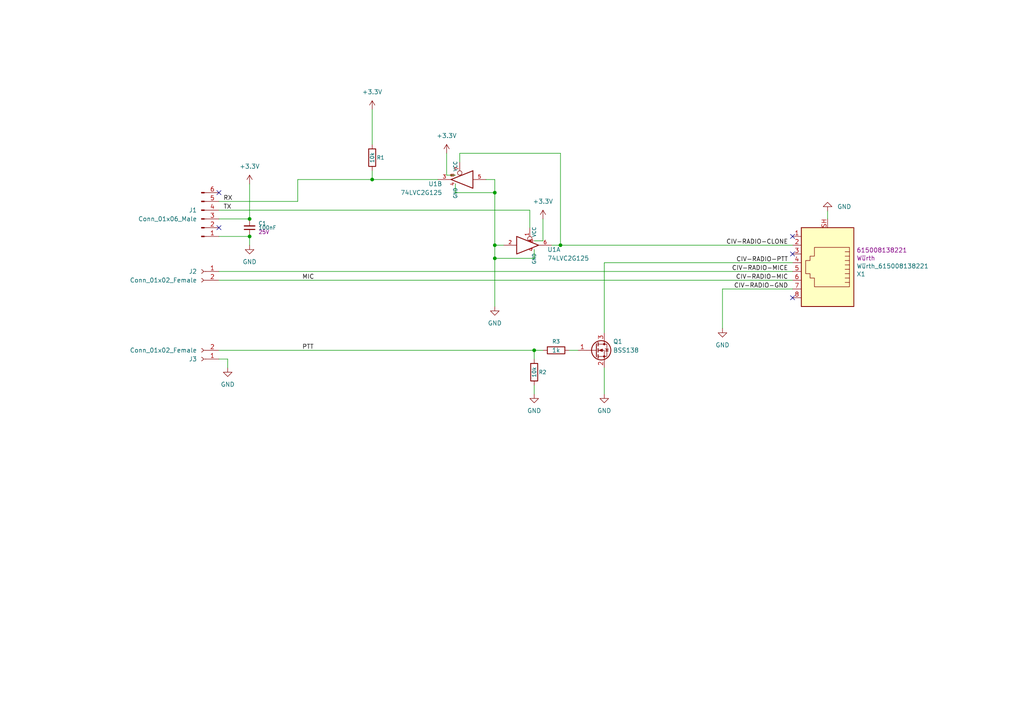
<source format=kicad_sch>
(kicad_sch (version 20211123) (generator eeschema)
  (paper "A4")
  (lib_symbols
    (symbol "74xGxx_User:74LVC2G125" (pin_names (offset 1.016))
      (property "Reference" "U" (at -2.54 3.81 0))
      (property "Value" "74LVC2G125" (at 0 -3.81 0))
      (symbol "74LVC2G125_0_1"
        (polyline (pts (xy -3.81 2.54) (xy -3.81 -2.54) (xy 2.54 0) (xy -3.81 2.54)) (stroke (width 0.254)))
        (pin power_in line (at 1.27 -1.27 270) (length 0) (name "GND") (number "4"))
        (pin power_in line (at 1.27 1.27 90) (length 0) (name "VCC") (number "8"))
      )
      (symbol "74LVC2G125_1_1"
        (pin input inverted (at 0 5.08 270) (length 3.81) (name "~") (number "1"))
        (pin input line (at -7.62 0 0) (length 3.81) (name "~") (number "2"))
        (pin tri_state line (at 6.35 0 180) (length 3.81) (name "~") (number "6"))
      )
      (symbol "74LVC2G125_2_1"
        (pin tri_state line (at 6.35 0 180) (length 3.81) (name "~") (number "3"))
        (pin input line (at -7.62 0 0) (length 3.81) (name "~") (number "5"))
        (pin input inverted (at 0 5.08 270) (length 3.81) (name "~") (number "7"))
      )
    )
    (symbol "Connector:Conn_01x02_Female" (pin_names (offset 1.016) hide)
      (property "Reference" "J" (at 0 2.54 0))
      (property "Value" "Conn_01x02_Female" (at 0 -5.08 0))
      (symbol "Conn_01x02_Female_1_1"
        (arc (start 0 -2.032) (mid -0.508 -2.54) (end 0 -3.048) (stroke (width 0.1524)))
        (polyline (pts (xy -1.27 -2.54) (xy -0.508 -2.54)) (stroke (width 0.1524)))
        (polyline (pts (xy -1.27 0) (xy -0.508 0)) (stroke (width 0.1524)))
        (arc (start 0 0.508) (mid -0.508 0) (end 0 -0.508) (stroke (width 0.1524)))
        (pin passive line (at -5.08 0 0) (length 3.81) (name "Pin_1") (number "1"))
        (pin passive line (at -5.08 -2.54 0) (length 3.81) (name "Pin_2") (number "2"))
      )
    )
    (symbol "Connector:Conn_01x06_Male" (pin_names (offset 1.016) hide)
      (property "Reference" "J" (at 0 7.62 0))
      (property "Value" "Conn_01x06_Male" (at 0 -10.16 0))
      (symbol "Conn_01x06_Male_1_1"
        (polyline (pts (xy 1.27 -7.62) (xy 0.8636 -7.62)) (stroke (width 0.1524)))
        (polyline (pts (xy 1.27 -5.08) (xy 0.8636 -5.08)) (stroke (width 0.1524)))
        (polyline (pts (xy 1.27 -2.54) (xy 0.8636 -2.54)) (stroke (width 0.1524)))
        (polyline (pts (xy 1.27 0) (xy 0.8636 0)) (stroke (width 0.1524)))
        (polyline (pts (xy 1.27 2.54) (xy 0.8636 2.54)) (stroke (width 0.1524)))
        (polyline (pts (xy 1.27 5.08) (xy 0.8636 5.08)) (stroke (width 0.1524)))
        (rectangle (start 0.8636 -7.493) (end 0 -7.747) (stroke (width 0.1524)) (fill (type outline)))
        (rectangle (start 0.8636 -4.953) (end 0 -5.207) (stroke (width 0.1524)) (fill (type outline)))
        (rectangle (start 0.8636 -2.413) (end 0 -2.667) (stroke (width 0.1524)) (fill (type outline)))
        (rectangle (start 0.8636 0.127) (end 0 -0.127) (stroke (width 0.1524)) (fill (type outline)))
        (rectangle (start 0.8636 2.667) (end 0 2.413) (stroke (width 0.1524)) (fill (type outline)))
        (rectangle (start 0.8636 5.207) (end 0 4.953) (stroke (width 0.1524)) (fill (type outline)))
        (pin passive line (at 5.08 5.08 180) (length 3.81) (name "Pin_1") (number "1"))
        (pin passive line (at 5.08 2.54 180) (length 3.81) (name "Pin_2") (number "2"))
        (pin passive line (at 5.08 0 180) (length 3.81) (name "Pin_3") (number "3"))
        (pin passive line (at 5.08 -2.54 180) (length 3.81) (name "Pin_4") (number "4"))
        (pin passive line (at 5.08 -5.08 180) (length 3.81) (name "Pin_5") (number "5"))
        (pin passive line (at 5.08 -7.62 180) (length 3.81) (name "Pin_6") (number "6"))
      )
    )
    (symbol "Connector_User:Würth_615008138221" (pin_names (offset 1.016))
      (property "Reference" "J" (at -5.08 13.97 0))
      (property "Value" "Würth_615008138221" (at 2.54 19.05 0))
      (property "Manufacturer" "Würth" (at 2.54 16.51 0))
      (property "Manufacturer Part Number" "615008138221" (at 2.54 13.97 0))
      (symbol "Würth_615008138221_0_1"
        (polyline (pts (xy -5.08 4.445) (xy -6.35 4.445)))
        (polyline (pts (xy -5.08 5.715) (xy -6.35 5.715)))
        (polyline (pts (xy -6.35 -3.175) (xy -5.08 -3.175) (xy -5.08 -3.175)))
        (polyline (pts (xy -6.35 -1.905) (xy -5.08 -1.905) (xy -5.08 -1.905)))
        (polyline (pts (xy -6.35 -0.635) (xy -5.08 -0.635) (xy -5.08 -0.635)))
        (polyline (pts (xy -6.35 0.635) (xy -5.08 0.635) (xy -5.08 0.635)))
        (polyline (pts (xy -6.35 1.905) (xy -5.08 1.905) (xy -5.08 1.905)))
        (polyline (pts (xy -5.08 3.175) (xy -6.35 3.175) (xy -6.35 3.175)))
        (polyline (pts (xy -6.35 -4.445) (xy -6.35 6.985) (xy 3.81 6.985) (xy 3.81 4.445) (xy 5.08 4.445) (xy 5.08 3.175) (xy 6.35 3.175) (xy 6.35 -0.635) (xy 5.08 -0.635) (xy 5.08 -1.905) (xy 3.81 -1.905) (xy 3.81 -4.445) (xy -6.35 -4.445) (xy -6.35 -4.445)))
        (rectangle (start 7.62 12.7) (end -7.62 -10.16) (stroke (width 0.254)) (fill (type background)))
      )
      (symbol "Würth_615008138221_1_1"
        (pin passive line (at 10.16 -7.62 180) (length 2.54) (name "~") (number "1"))
        (pin passive line (at 10.16 -5.08 180) (length 2.54) (name "~") (number "2"))
        (pin passive line (at 10.16 -2.54 180) (length 2.54) (name "~") (number "3"))
        (pin passive line (at 10.16 0 180) (length 2.54) (name "~") (number "4"))
        (pin passive line (at 10.16 2.54 180) (length 2.54) (name "~") (number "5"))
        (pin passive line (at 10.16 5.08 180) (length 2.54) (name "~") (number "6"))
        (pin passive line (at 10.16 7.62 180) (length 2.54) (name "~") (number "7"))
        (pin passive line (at 10.16 10.16 180) (length 2.54) (name "~") (number "8"))
        (pin passive line (at 0 -12.7 90) (length 2.54) (name "~") (number "SH"))
      )
    )
    (symbol "Device:C_Small" (pin_numbers hide) (pin_names (offset 0.254) hide)
      (property "Reference" "C" (at 0.254 1.778 0))
      (property "Value" "C_Small" (at 0.254 -2.032 0))
      (symbol "C_Small_0_1"
        (polyline (pts (xy -1.524 -0.508) (xy 1.524 -0.508)) (stroke (width 0.3302)))
        (polyline (pts (xy -1.524 0.508) (xy 1.524 0.508)) (stroke (width 0.3048)))
      )
      (symbol "C_Small_1_1"
        (pin passive line (at 0 2.54 270) (length 2.032) (name "~") (number "1"))
        (pin passive line (at 0 -2.54 90) (length 2.032) (name "~") (number "2"))
      )
    )
    (symbol "Device:R" (pin_numbers hide) (pin_names (offset 0))
      (property "Reference" "R" (at 2.032 0 90))
      (property "Value" "R" (at 0 0 90))
      (symbol "R_0_1"
        (rectangle (start -1.016 -2.54) (end 1.016 2.54) (stroke (width 0.254)))
      )
      (symbol "R_1_1"
        (pin passive line (at 0 3.81 270) (length 1.27) (name "~") (number "1"))
        (pin passive line (at 0 -3.81 90) (length 1.27) (name "~") (number "2"))
      )
    )
    (symbol "Transistor_FET:BSS138" (pin_names hide)
      (property "Reference" "Q" (at 5.08 1.905 0))
      (property "Value" "BSS138" (at 5.08 0 0))
      (symbol "BSS138_0_1"
        (polyline (pts (xy 0.254 0) (xy -2.54 0)))
        (polyline (pts (xy 0.254 1.905) (xy 0.254 -1.905)) (stroke (width 0.254)))
        (polyline (pts (xy 0.762 -1.27) (xy 0.762 -2.286)) (stroke (width 0.254)))
        (polyline (pts (xy 0.762 0.508) (xy 0.762 -0.508)) (stroke (width 0.254)))
        (polyline (pts (xy 0.762 2.286) (xy 0.762 1.27)) (stroke (width 0.254)))
        (polyline (pts (xy 2.54 2.54) (xy 2.54 1.778)))
        (polyline (pts (xy 2.54 -2.54) (xy 2.54 0) (xy 0.762 0)))
        (polyline (pts (xy 0.762 -1.778) (xy 3.302 -1.778) (xy 3.302 1.778) (xy 0.762 1.778)))
        (polyline (pts (xy 1.016 0) (xy 2.032 0.381) (xy 2.032 -0.381) (xy 1.016 0)) (fill (type outline)))
        (polyline (pts (xy 2.794 0.508) (xy 2.921 0.381) (xy 3.683 0.381) (xy 3.81 0.254)))
        (polyline (pts (xy 3.302 0.381) (xy 2.921 -0.254) (xy 3.683 -0.254) (xy 3.302 0.381)))
        (circle (center 1.651 0) (radius 2.794) (stroke (width 0.254)))
        (circle (center 2.54 -1.778) (radius 0.254) (fill (type outline)))
        (circle (center 2.54 1.778) (radius 0.254) (fill (type outline)))
      )
      (symbol "BSS138_1_1"
        (pin input line (at -5.08 0 0) (length 2.54) (name "G") (number "1"))
        (pin passive line (at 2.54 -5.08 90) (length 2.54) (name "S") (number "2"))
        (pin passive line (at 2.54 5.08 270) (length 2.54) (name "D") (number "3"))
      )
    )
    (symbol "power:+3.3V" (power) (pin_names (offset 0))
      (property "Value" "+3.3V" (at 0 3.556 0))
      (symbol "+3.3V_0_1"
        (polyline (pts (xy -0.762 1.27) (xy 0 2.54)))
        (polyline (pts (xy 0 0) (xy 0 2.54)))
        (polyline (pts (xy 0 2.54) (xy 0.762 1.27)))
      )
      (symbol "+3.3V_1_1"
        (pin power_in line (at 0 0 90) (length 0) hide (name "+3.3V") (number "1"))
      )
    )
    (symbol "power:GND" (power) (pin_names (offset 0))
      (property "Value" "GND" (at 0 -3.81 0))
      (symbol "GND_0_1"
        (polyline (pts (xy 0 0) (xy 0 -1.27) (xy 1.27 -1.27) (xy 0 -2.54) (xy -1.27 -1.27) (xy 0 -1.27)))
      )
      (symbol "GND_1_1"
        (pin power_in line (at 0 0 270) (length 0) hide (name "GND") (number "1"))
      )
    )
  )
  (junction (at 162.56 71.12))
  (junction (at 143.51 71.12))
  (junction (at 143.51 55.88))
  (junction (at 72.39 68.58))
  (junction (at 143.51 74.93))
  (junction (at 107.95 52.07))
  (junction (at 72.39 63.5))
  (junction (at 154.94 101.6))
  (no_connect (at 229.87 68.58))
  (no_connect (at 229.87 73.66))
  (no_connect (at 229.87 86.36))
  (no_connect (at 63.5 55.88))
  (no_connect (at 63.5 66.04))
  (wire (pts (xy 154.94 74.93) (xy 143.51 74.93)))
  (wire (pts (xy 154.94 69.85) (xy 157.48 69.85)))
  (wire (pts (xy 107.95 49.53) (xy 107.95 52.07)))
  (wire (pts (xy 63.5 58.42) (xy 86.36 58.42)))
  (wire (pts (xy 154.94 101.6) (xy 154.94 104.14)))
  (wire (pts (xy 229.87 83.82) (xy 209.55 83.82)))
  (wire (pts (xy 175.26 76.2) (xy 229.87 76.2)))
  (wire (pts (xy 175.26 106.68) (xy 175.26 114.3)))
  (wire (pts (xy 140.97 52.07) (xy 143.51 52.07)))
  (wire (pts (xy 72.39 53.34) (xy 72.39 63.5)))
  (wire (pts (xy 129.54 44.45) (xy 129.54 50.8)))
  (wire (pts (xy 165.1 101.6) (xy 167.64 101.6)))
  (wire (pts (xy 63.5 104.14) (xy 66.04 104.14)))
  (wire (pts (xy 66.04 104.14) (xy 66.04 106.68)))
  (wire (pts (xy 154.94 111.76) (xy 154.94 114.3)))
  (wire (pts (xy 63.5 81.28) (xy 229.87 81.28)))
  (wire (pts (xy 160.02 71.12) (xy 162.56 71.12)))
  (wire (pts (xy 63.5 101.6) (xy 154.94 101.6)))
  (wire (pts (xy 132.08 55.88) (xy 143.51 55.88)))
  (wire (pts (xy 63.5 68.58) (xy 72.39 68.58)))
  (wire (pts (xy 143.51 71.12) (xy 143.51 74.93)))
  (wire (pts (xy 86.36 58.42) (xy 86.36 52.07)))
  (wire (pts (xy 132.08 50.8) (xy 129.54 50.8)))
  (wire (pts (xy 107.95 52.07) (xy 127 52.07)))
  (wire (pts (xy 162.56 71.12) (xy 229.87 71.12)))
  (wire (pts (xy 143.51 74.93) (xy 143.51 88.9)))
  (wire (pts (xy 132.08 53.34) (xy 132.08 55.88)))
  (wire (pts (xy 209.55 83.82) (xy 209.55 95.25)))
  (wire (pts (xy 162.56 44.45) (xy 162.56 71.12)))
  (wire (pts (xy 240.03 61.214) (xy 240.03 63.5)))
  (wire (pts (xy 63.5 60.96) (xy 153.67 60.96)))
  (wire (pts (xy 154.94 101.6) (xy 157.48 101.6)))
  (wire (pts (xy 63.5 63.5) (xy 72.39 63.5)))
  (wire (pts (xy 143.51 55.88) (xy 143.51 71.12)))
  (wire (pts (xy 133.35 44.45) (xy 133.35 46.99)))
  (wire (pts (xy 86.36 52.07) (xy 107.95 52.07)))
  (wire (pts (xy 107.95 31.75) (xy 107.95 41.91)))
  (wire (pts (xy 143.51 52.07) (xy 143.51 55.88)))
  (wire (pts (xy 133.35 44.45) (xy 162.56 44.45)))
  (wire (pts (xy 72.39 68.58) (xy 72.39 71.12)))
  (wire (pts (xy 175.26 76.2) (xy 175.26 96.52)))
  (wire (pts (xy 153.67 60.96) (xy 153.67 66.04)))
  (wire (pts (xy 63.5 78.74) (xy 229.87 78.74)))
  (wire (pts (xy 154.94 72.39) (xy 154.94 74.93)))
  (wire (pts (xy 143.51 71.12) (xy 146.05 71.12)))
  (wire (pts (xy 157.48 63.5) (xy 157.48 69.85)))
  (label "PTT" (at 87.63 101.6 0))
  (label "MIC" (at 87.63 81.28 0))
  (label "CIV-RADIO-CLONE" (at 228.6 71.12 180))
  (label "CIV-RADIO-MICE" (at 228.6 78.74 180))
  (label "CIV-RADIO-GND" (at 228.6 83.82 180))
  (label "CIV-RADIO-PTT" (at 228.6 76.2 180))
  (label "RX" (at 64.77 58.42 0))
  (label "TX" (at 64.77 60.96 0))
  (label "CIV-RADIO-MIC" (at 228.6 81.28 180))
  (symbol (lib_id "Connector:Conn_01x06_Male") (at 58.42 63.5 0) (mirror x) (unit 1)
    (property "Reference" "J1" (at 57.15 60.9599 0) (effects (justify right)))
    (property "Value" "Conn_01x06_Male" (at 57.15 63.4999 0) (effects (justify right)))
    (property "Footprint" "Connector_PinHeader_2.54mm:PinHeader_1x06_P2.54mm_Vertical" (effects hide))
  )
  (symbol (lib_id "74xGxx_User:74LVC2G125") (at 153.67 71.12 0) (unit 1)
    (property "Reference" "U1" (at 158.75 72.39 0) (effects (justify left)))
    (property "Value" "74LVC2G125" (at 158.75 74.93 0) (effects (justify left)))
    (property "Footprint" "Package_SO:TSSOP-8_3x3mm_P0.65mm" (effects hide))
    (property "Datasheet" "http://www.ti.com/lit/sg/scyt129e/scyt129e.pdf" (effects hide))
  )
  (symbol (lib_id "Connector_User:Würth_615008138221") (at 240.03 76.2 180) (unit 1)
    (property "Reference" "X1" (at 248.412 79.502 0) (effects (justify right)))
    (property "Value" "Würth_615008138221" (at 248.412 77.1906 0) (effects (justify right)))
    (property "Footprint" "Connector_RJ_User:RJ45_Wuerth_615008138221_Vertical" (effects hide))
    (property "Datasheet" "https://www.we-online.com/catalog/datasheet/615008138221.pdf" (effects hide))
    (property "Manufacturer" "Würth" (at 248.412 74.8792 0) (effects (justify right)))
    (property "Manufacturer Part Number" "615008138221" (at 248.412 72.5678 0) (effects (justify right)))
  )
  (symbol (lib_id "Connector:Conn_01x02_Female") (at 58.42 78.74 0) (mirror y) (unit 1)
    (property "Reference" "J2" (at 57.15 78.74 0) (effects (justify left)))
    (property "Value" "Conn_01x02_Female" (at 57.15 81.28 0) (effects (justify left)))
    (property "Footprint" "Connector_Phoenix_MC:PhoenixContact_MCV_1,5_2-G-3.5_1x02_P3.50mm_Vertical" (effects hide))
  )
  (symbol (lib_id "power:GND") (at 154.94 114.3 0) (unit 1)
    (property "Reference" "#PWR07" (effects hide))
    (property "Value" "GND" (at 154.94 119.126 0))
  )
  (symbol (lib_id "Device:C_Small") (at 72.39 66.04 180) (unit 1)
    (property "Reference" "C1" (at 74.93 64.77 0) (effects (font (size 1.0922 1.0922)) (justify right)))
    (property "Value" "100nF" (at 74.93 66.04 0) (effects (font (size 1.0922 1.0922)) (justify right)))
    (property "Footprint" "Capacitor_SMD:C_0603_1608Metric" (effects hide))
    (property "Voltage" "25V" (at 74.93 67.31 0) (effects (font (size 1.0922 1.0922)) (justify right)))
  )
  (symbol (lib_id "power:+3.3V") (at 72.39 53.34 0) (unit 1)
    (property "Reference" "#PWR02" (effects hide))
    (property "Value" "+3.3V" (at 72.39 48.26 0))
  )
  (symbol (lib_id "Device:R") (at 154.94 107.95 0) (unit 1)
    (property "Reference" "R2" (at 156.21 107.95 0) (effects (font (size 1.0922 1.0922)) (justify left)))
    (property "Value" "10k" (at 154.94 107.95 90) (effects (font (size 1.0922 1.0922))))
    (property "Footprint" "Resistor_SMD:R_0603_1608Metric" (effects hide))
    (property "Power" "100mW" (effects hide))
    (property "Tolerance" "1%" (effects hide))
  )
  (symbol (lib_id "power:GND") (at 72.39 71.12 0) (unit 1)
    (property "Reference" "#PWR03" (effects hide))
    (property "Value" "GND" (at 72.39 75.946 0))
  )
  (symbol (lib_id "Device:R") (at 107.95 45.72 0) (unit 1)
    (property "Reference" "R1" (at 109.22 45.72 0) (effects (font (size 1.0922 1.0922)) (justify left)))
    (property "Value" "10k" (at 107.95 45.72 90) (effects (font (size 1.0922 1.0922))))
    (property "Footprint" "Resistor_SMD:R_0603_1608Metric" (effects hide))
    (property "Power" "100mW" (effects hide))
    (property "Tolerance" "1%" (effects hide))
  )
  (symbol (lib_id "power:+3.3V") (at 107.95 31.75 0) (unit 1)
    (property "Reference" "#PWR04" (effects hide))
    (property "Value" "+3.3V" (at 107.95 26.67 0))
  )
  (symbol (lib_id "Device:R") (at 161.29 101.6 270) (unit 1)
    (property "Reference" "R3" (at 161.29 99.06 90) (effects (font (size 1.0922 1.0922))))
    (property "Value" "1k" (at 161.29 101.6 90))
    (property "Footprint" "Resistor_SMD:R_0603_1608Metric" (effects hide))
    (property "Power" "100mW" (effects hide))
    (property "Tolerance" "1%" (effects hide))
  )
  (symbol (lib_id "power:GND") (at 143.51 88.9 0) (unit 1)
    (property "Reference" "#PWR06" (effects hide))
    (property "Value" "GND" (at 143.51 93.726 0))
  )
  (symbol (lib_id "power:+3.3V") (at 129.54 44.45 0) (unit 1)
    (property "Reference" "#PWR05" (effects hide))
    (property "Value" "+3.3V" (at 129.54 39.37 0))
  )
  (symbol (lib_id "Connector:Conn_01x02_Female") (at 58.42 104.14 180) (unit 1)
    (property "Reference" "J3" (at 57.15 104.14 0) (effects (justify left)))
    (property "Value" "Conn_01x02_Female" (at 57.15 101.6 0) (effects (justify left)))
    (property "Footprint" "Connector_Phoenix_MC:PhoenixContact_MCV_1,5_2-G-3.5_1x02_P3.50mm_Vertical" (effects hide))
  )
  (symbol (lib_id "power:+3.3V") (at 157.48 63.5 0) (unit 1)
    (property "Reference" "#PWR08" (effects hide))
    (property "Value" "+3.3V" (at 157.48 58.42 0))
  )
  (symbol (lib_id "74xGxx_User:74LVC2G125") (at 133.35 52.07 0) (mirror y) (unit 2)
    (property "Reference" "U1" (at 128.27 53.34 0) (effects (justify left)))
    (property "Value" "74LVC2G125" (at 128.27 55.88 0) (effects (justify left)))
    (property "Footprint" "Package_SO:TSSOP-8_3x3mm_P0.65mm" (effects hide))
    (property "Datasheet" "http://www.ti.com/lit/sg/scyt129e/scyt129e.pdf" (effects hide))
  )
  (symbol (lib_id "Transistor_FET:BSS138") (at 172.72 101.6 0) (unit 1)
    (property "Reference" "Q1" (at 177.8 99.06 0) (effects (justify left)))
    (property "Value" "BSS138" (at 177.8 101.6 0) (effects (justify left)))
    (property "Footprint" "Package_TO_SOT_SMD:SOT-23" (effects hide))
    (property "Datasheet" "https://www.onsemi.com/pub/Collateral/BSS138-D.PDF" (effects hide))
  )
  (symbol (lib_id "power:GND") (at 240.03 61.214 180) (unit 1)
    (property "Reference" "#PWR?" (effects hide))
    (property "Value" "GND" (at 242.824 59.9439 0) (effects (justify right)))
  )
  (symbol (lib_id "power:GND") (at 209.55 95.25 0) (unit 1)
    (property "Reference" "#PWR010" (effects hide))
    (property "Value" "GND" (at 209.55 100.076 0))
  )
  (symbol (lib_id "power:GND") (at 175.26 114.3 0) (unit 1)
    (property "Reference" "#PWR09" (effects hide))
    (property "Value" "GND" (at 175.26 119.126 0))
  )
  (symbol (lib_id "power:GND") (at 66.04 106.68 0) (unit 1)
    (property "Reference" "#PWR01" (effects hide))
    (property "Value" "GND" (at 66.04 111.506 0))
  )
)
</source>
